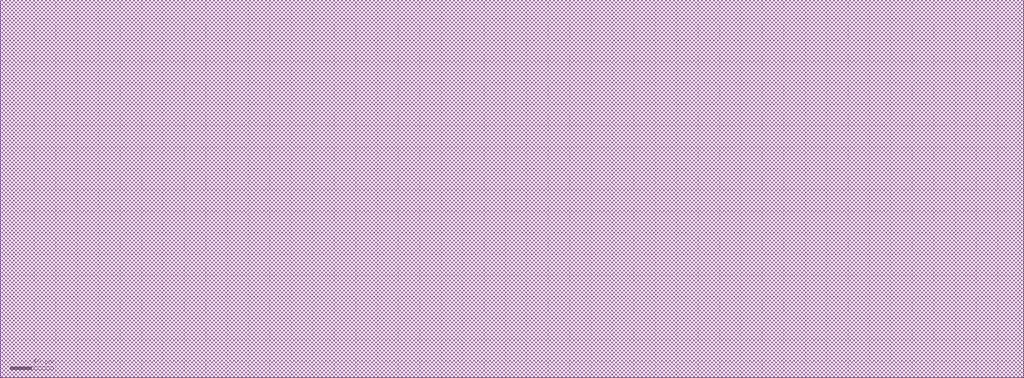
<source format=lef>
VERSION 5.7 ;
  NOWIREEXTENSIONATPIN ON ;
  DIVIDERCHAR "/" ;
  BUSBITCHARS "[]" ;
UNITS
  DATABASE MICRONS 200 ;
END UNITS

LAYER via2
  TYPE CUT ;
END via2

LAYER via
  TYPE CUT ;
END via

LAYER nwell
  TYPE MASTERSLICE ;
END nwell

LAYER via3
  TYPE CUT ;
END via3

LAYER pwell
  TYPE MASTERSLICE ;
END pwell

LAYER via4
  TYPE CUT ;
END via4

LAYER mcon
  TYPE CUT ;
END mcon

LAYER met6
  TYPE ROUTING ;
END met6

LAYER met1
  TYPE ROUTING ;
  WIDTH 0.140000 ;
  DIRECTION HORIZONTAL ;
END met1

LAYER met3
  TYPE ROUTING ;
  WIDTH 0.300000 ;
  DIRECTION HORIZONTAL ;
END met3

LAYER met2
  TYPE ROUTING ;
  WIDTH 0.140000 ;
  DIRECTION HORIZONTAL ;
END met2

LAYER met4
  TYPE ROUTING ;
  WIDTH 0.300000 ;
  DIRECTION HORIZONTAL ;
END met4

LAYER met5
  TYPE ROUTING ;
  WIDTH 1.600000 ;
  DIRECTION HORIZONTAL ;
END met5

LAYER li1
  TYPE ROUTING ;
  WIDTH 0.170000 ;
  DIRECTION HORIZONTAL ;
END li1

MACRO chip_art
  CLASS BLOCK ;
  FOREIGN chip_art ;
  ORIGIN -28.125 -84.375 ;
  SIZE 956.250 BY 353.125 ;
  OBS
      LAYER met5 ;
        RECT 28.125 84.375 984.375 437.500 ;
  END
END chip_art
END LIBRARY


</source>
